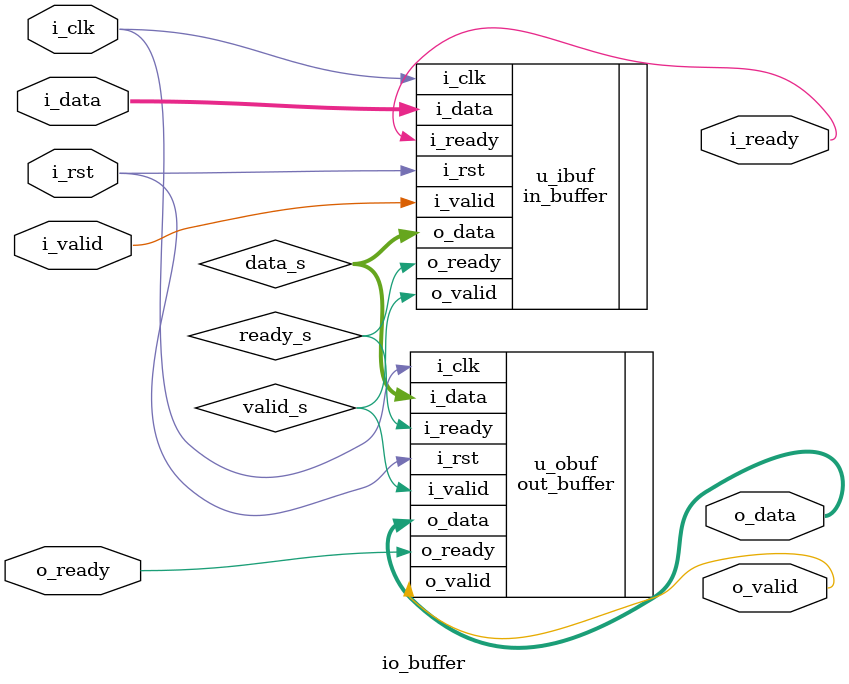
<source format=sv>
/***********************************************
 *
 *  Copyright (C) 2023 - Stratum Labs
 *
 *  Project: Stratum Labs - Common Library
 *  Author: Horacio Arnaldi <horacio.arnaldi@stratum-labs.com>
 *
 *  File: io_buffer.sv
 *  Description: Common IO buffer interface for AXI4 signals
 *
 *
 * ********************************************/

module io_buffer #
(
  parameter integer DWIDTH = 32
)
(
  input  logic              i_clk,
  input  logic              i_rst,

  input  logic [DWIDTH-1:0] i_data,
  input  logic              i_valid,
  output logic              i_ready,

  output logic [DWIDTH-1:0] o_data,
  output logic              o_valid,
  input  logic              o_ready
);

  logic [DWIDTH-1:0] data_s;
  logic valid_s, ready_s;

  in_buffer #(
    .DWIDTH(DWIDTH)
  ) u_ibuf (
    .i_clk  ( i_clk   ), 
    .i_rst  ( i_rst   ),
    .i_data ( i_data  ), 
    .i_valid( i_valid ), 
    .i_ready( i_ready ),
    .o_data ( data_s  ), 
    .o_valid( valid_s ), 
    .o_ready( ready_s )
  );

  out_buffer #(
    .DWIDTH(DWIDTH)
  ) u_obuf (
    .i_clk  ( i_clk   ), 
    .i_rst  ( i_rst   ),
    .i_data ( data_s  ), 
    .i_valid( valid_s ), 
    .i_ready( ready_s ),
    .o_data ( o_data  ), 
    .o_valid( o_valid ), 
    .o_ready( o_ready )
  );

endmodule

</source>
